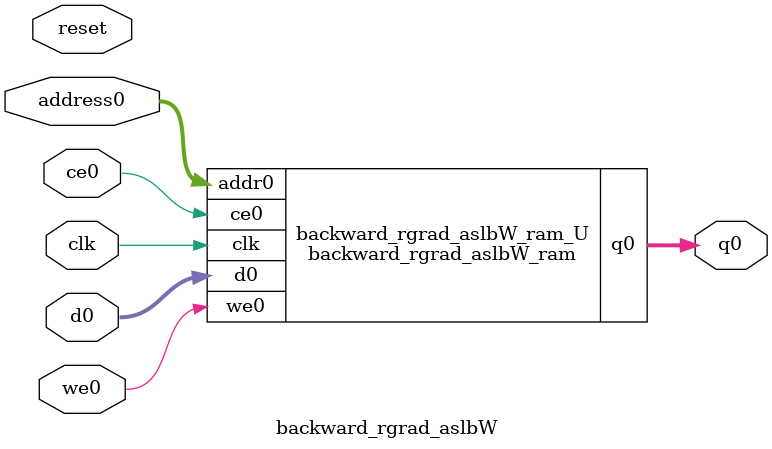
<source format=v>
`timescale 1 ns / 1 ps
module backward_rgrad_aslbW_ram (addr0, ce0, d0, we0, q0,  clk);

parameter DWIDTH = 32;
parameter AWIDTH = 13;
parameter MEM_SIZE = 8100;

input[AWIDTH-1:0] addr0;
input ce0;
input[DWIDTH-1:0] d0;
input we0;
output reg[DWIDTH-1:0] q0;
input clk;

(* ram_style = "block" *)reg [DWIDTH-1:0] ram[0:MEM_SIZE-1];




always @(posedge clk)  
begin 
    if (ce0) 
    begin
        if (we0) 
        begin 
            ram[addr0] <= d0; 
        end 
        q0 <= ram[addr0];
    end
end


endmodule

`timescale 1 ns / 1 ps
module backward_rgrad_aslbW(
    reset,
    clk,
    address0,
    ce0,
    we0,
    d0,
    q0);

parameter DataWidth = 32'd32;
parameter AddressRange = 32'd8100;
parameter AddressWidth = 32'd13;
input reset;
input clk;
input[AddressWidth - 1:0] address0;
input ce0;
input we0;
input[DataWidth - 1:0] d0;
output[DataWidth - 1:0] q0;



backward_rgrad_aslbW_ram backward_rgrad_aslbW_ram_U(
    .clk( clk ),
    .addr0( address0 ),
    .ce0( ce0 ),
    .we0( we0 ),
    .d0( d0 ),
    .q0( q0 ));

endmodule


</source>
